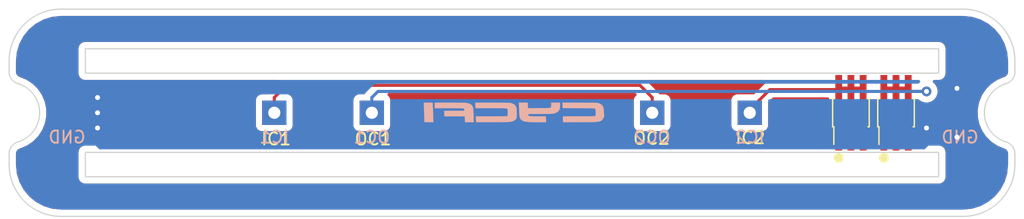
<source format=kicad_pcb>
(kicad_pcb (version 20171130) (host pcbnew "(5.1.10-1-10_14)")

  (general
    (thickness 1.6)
    (drawings 78)
    (tracks 38)
    (zones 0)
    (modules 9)
    (nets 5)
  )

  (page A4)
  (layers
    (0 F.Cu signal)
    (31 B.Cu signal)
    (32 B.Adhes user)
    (33 F.Adhes user)
    (34 B.Paste user)
    (35 F.Paste user)
    (36 B.SilkS user)
    (37 F.SilkS user)
    (38 B.Mask user)
    (39 F.Mask user)
    (40 Dwgs.User user)
    (41 Cmts.User user)
    (42 Eco1.User user)
    (43 Eco2.User user)
    (44 Edge.Cuts user)
    (45 Margin user)
    (46 B.CrtYd user hide)
    (47 F.CrtYd user hide)
    (48 B.Fab user hide)
    (49 F.Fab user hide)
  )

  (setup
    (last_trace_width 0.25)
    (user_trace_width 0.5)
    (trace_clearance 0.2)
    (zone_clearance 0.508)
    (zone_45_only no)
    (trace_min 0.2)
    (via_size 0.8)
    (via_drill 0.4)
    (via_min_size 0.4)
    (via_min_drill 0.3)
    (uvia_size 0.3)
    (uvia_drill 0.1)
    (uvias_allowed no)
    (uvia_min_size 0.2)
    (uvia_min_drill 0.1)
    (edge_width 0.05)
    (segment_width 0.2)
    (pcb_text_width 0.3)
    (pcb_text_size 1.5 1.5)
    (mod_edge_width 0.12)
    (mod_text_size 1 1)
    (mod_text_width 0.15)
    (pad_size 5 3.5)
    (pad_drill 0)
    (pad_to_mask_clearance 0)
    (aux_axis_origin 0 0)
    (visible_elements FFFFFF7F)
    (pcbplotparams
      (layerselection 0x010fc_ffffffff)
      (usegerberextensions false)
      (usegerberattributes true)
      (usegerberadvancedattributes true)
      (creategerberjobfile true)
      (excludeedgelayer true)
      (linewidth 0.100000)
      (plotframeref false)
      (viasonmask false)
      (mode 1)
      (useauxorigin false)
      (hpglpennumber 1)
      (hpglpenspeed 20)
      (hpglpendiameter 15.000000)
      (psnegative false)
      (psa4output false)
      (plotreference true)
      (plotvalue true)
      (plotinvisibletext false)
      (padsonsilk false)
      (subtractmaskfromsilk false)
      (outputformat 1)
      (mirror false)
      (drillshape 1)
      (scaleselection 1)
      (outputdirectory ""))
  )

  (net 0 "")
  (net 1 /oc1)
  (net 2 /ic1)
  (net 3 /ic2)
  (net 4 GND)

  (net_class Default "This is the default net class."
    (clearance 0.2)
    (trace_width 0.25)
    (via_dia 0.8)
    (via_drill 0.4)
    (uvia_dia 0.3)
    (uvia_drill 0.1)
    (add_net /ic1)
    (add_net /ic2)
    (add_net /oc1)
    (add_net GND)
  )

  (module cycfi_library:single-pad-3x2 (layer B.Cu) (tedit 6115EC8B) (tstamp 6114BDD9)
    (at 161.5 55.25 180)
    (path /6114C19E)
    (fp_text reference GND (at -0.25 -2 180) (layer B.SilkS)
      (effects (font (size 1 1) (thickness 0.15)) (justify mirror))
    )
    (fp_text value single_pad_smd (at 0 2.54) (layer B.Fab)
      (effects (font (size 1 1) (thickness 0.15)) (justify mirror))
    )
    (pad 1 smd rect (at 0 0 180) (size 3 2) (layers B.Cu B.Paste B.Mask)
      (net 4 GND))
  )

  (module cycfi_library:single-pad-3x2 (layer B.Cu) (tedit 6115EC8B) (tstamp 61162192)
    (at 88.5 55.25)
    (path /6112BC09)
    (fp_text reference GND (at 0 2 180) (layer B.SilkS)
      (effects (font (size 1 1) (thickness 0.15)) (justify mirror))
    )
    (fp_text value single_pad_smd (at 0 2.54) (layer B.Fab)
      (effects (font (size 1 1) (thickness 0.15)) (justify mirror))
    )
    (pad 1 smd rect (at 0 0) (size 3 2) (layers B.Cu B.Paste B.Mask)
      (net 4 GND))
  )

  (module cycfi_library:single-pad-2x2-th (layer B.Cu) (tedit 6115D614) (tstamp 61129D11)
    (at 136.5 55.25)
    (path /6112FFAE)
    (fp_text reference OC2 (at -0.05 2.1) (layer F.SilkS)
      (effects (font (size 1 1) (thickness 0.15)))
    )
    (fp_text value single_pad_smd (at 0 2.54) (layer B.Fab)
      (effects (font (size 1 1) (thickness 0.15)) (justify mirror))
    )
    (pad 1 thru_hole rect (at 0 0) (size 2 2) (drill 1) (layers *.Cu *.Mask)
      (net 2 /ic1))
  )

  (module cycfi_library:single-pad-2x2-th (layer B.Cu) (tedit 6115D614) (tstamp 61153DB3)
    (at 113.5 55.25)
    (path /61122909)
    (fp_text reference OC1 (at 0.1 2.15) (layer F.SilkS)
      (effects (font (size 1 1) (thickness 0.15)))
    )
    (fp_text value single_pad_smd (at 0 2.54) (layer B.Fab)
      (effects (font (size 1 1) (thickness 0.15)) (justify mirror))
    )
    (pad 1 thru_hole rect (at 0 0) (size 2 2) (drill 1) (layers *.Cu *.Mask)
      (net 1 /oc1))
  )

  (module cycfi_library:single-pad-2x2-th (layer B.Cu) (tedit 6115D614) (tstamp 61129A25)
    (at 144.5 55.25)
    (path /611302A2)
    (fp_text reference IC2 (at 0.05 2.05) (layer F.SilkS)
      (effects (font (size 1 1) (thickness 0.15)))
    )
    (fp_text value single_pad_smd (at 0 2.54) (layer B.Fab)
      (effects (font (size 1 1) (thickness 0.15)) (justify mirror))
    )
    (pad 1 thru_hole rect (at 0 0) (size 2 2) (drill 1) (layers *.Cu *.Mask)
      (net 3 /ic2))
  )

  (module cycfi_library:single-pad-2x2-th (layer B.Cu) (tedit 6115D614) (tstamp 61153DCB)
    (at 105.5 55.25)
    (path /61122FED)
    (fp_text reference IC1 (at 0.15 2.15) (layer F.SilkS)
      (effects (font (size 1 1) (thickness 0.15)))
    )
    (fp_text value single_pad_smd (at 0 2.54) (layer B.Fab)
      (effects (font (size 1 1) (thickness 0.15)) (justify mirror))
    )
    (pad 1 thru_hole rect (at 0 0) (size 2 2) (drill 1) (layers *.Cu *.Mask)
      (net 2 /ic1))
  )

  (module cycfi_library:cycfi-logo-15mm (layer B.Cu) (tedit 0) (tstamp 6112A0B5)
    (at 125.25 55.25 180)
    (fp_text reference G*** (at 0 0) (layer B.SilkS) hide
      (effects (font (size 1.524 1.524) (thickness 0.3)) (justify mirror))
    )
    (fp_text value LOGO (at 0.75 0) (layer B.SilkS) hide
      (effects (font (size 1.524 1.524) (thickness 0.3)) (justify mirror))
    )
    (fp_poly (pts (xy -3.899297 0.386953) (xy -5.199062 0.377031) (xy -5.474006 0.374756) (xy -5.711556 0.372387)
      (xy -5.914006 0.369862) (xy -6.083651 0.367124) (xy -6.222785 0.364111) (xy -6.333702 0.360765)
      (xy -6.418696 0.357025) (xy -6.48006 0.352832) (xy -6.52009 0.348127) (xy -6.541078 0.342848)
      (xy -6.542623 0.342064) (xy -6.568902 0.319795) (xy -6.587965 0.283686) (xy -6.601 0.227823)
      (xy -6.609196 0.146292) (xy -6.61374 0.033178) (xy -6.614715 -0.016661) (xy -6.615141 -0.111599)
      (xy -6.612047 -0.175319) (xy -6.604283 -0.216223) (xy -6.590698 -0.24271) (xy -6.582463 -0.252079)
      (xy -6.573561 -0.259185) (xy -6.560089 -0.265307) (xy -6.539159 -0.270534) (xy -6.507887 -0.274953)
      (xy -6.463387 -0.278652) (xy -6.402774 -0.281721) (xy -6.323162 -0.284246) (xy -6.221664 -0.286315)
      (xy -6.095397 -0.288018) (xy -5.941473 -0.289441) (xy -5.757007 -0.290674) (xy -5.539114 -0.291803)
      (xy -5.284908 -0.292918) (xy -5.238049 -0.293111) (xy -3.929062 -0.298488) (xy -3.929333 -0.491549)
      (xy -3.930653 -0.580089) (xy -3.933967 -0.657659) (xy -3.938693 -0.712908) (xy -3.94157 -0.729258)
      (xy -3.953535 -0.773906) (xy -5.246025 -0.771267) (xy -5.473906 -0.770552) (xy -5.693844 -0.769383)
      (xy -5.90199 -0.767811) (xy -6.094496 -0.765887) (xy -6.267515 -0.763662) (xy -6.417198 -0.761187)
      (xy -6.539697 -0.758513) (xy -6.631164 -0.755692) (xy -6.687752 -0.752773) (xy -6.695978 -0.752037)
      (xy -6.859542 -0.726827) (xy -6.990379 -0.687492) (xy -7.093859 -0.631035) (xy -7.175349 -0.554459)
      (xy -7.240219 -0.454768) (xy -7.244869 -0.445669) (xy -7.307959 -0.320117) (xy -7.295069 -0.075723)
      (xy -7.285359 0.089315) (xy -7.275019 0.220374) (xy -7.263136 0.323162) (xy -7.248793 0.403388)
      (xy -7.231075 0.46676) (xy -7.209066 0.518985) (xy -7.195776 0.543369) (xy -7.130345 0.629968)
      (xy -7.042823 0.699435) (xy -6.926072 0.756868) (xy -6.865937 0.778851) (xy -6.84059 0.787177)
      (xy -6.815353 0.794385) (xy -6.787271 0.80057) (xy -6.753391 0.805828) (xy -6.710759 0.810254)
      (xy -6.656422 0.813944) (xy -6.587424 0.816993) (xy -6.500813 0.819497) (xy -6.393634 0.82155)
      (xy -6.262933 0.823248) (xy -6.105757 0.824687) (xy -5.919151 0.825962) (xy -5.700162 0.827168)
      (xy -5.445836 0.828401) (xy -5.312504 0.829021) (xy -3.888055 0.835603) (xy -3.899297 0.386953)) (layer B.SilkS) (width 0.01))
    (fp_poly (pts (xy -2.956719 0.647997) (xy -2.957738 0.58909) (xy -2.958659 0.539739) (xy -2.956279 0.499084)
      (xy -2.947393 0.466267) (xy -2.928797 0.44043) (xy -2.897288 0.420712) (xy -2.849661 0.406254)
      (xy -2.782713 0.396199) (xy -2.69324 0.389686) (xy -2.578037 0.385856) (xy -2.433901 0.383851)
      (xy -2.257629 0.382812) (xy -2.046015 0.381879) (xy -1.962464 0.381415) (xy -1.051719 0.375878)
      (xy -1.051719 0.542646) (xy -1.05024 0.628784) (xy -1.046319 0.707089) (xy -1.040733 0.763256)
      (xy -1.039316 0.771426) (xy -1.026914 0.833437) (xy -0.3175 0.833437) (xy -0.318076 0.729258)
      (xy -0.31904 0.679008) (xy -0.321419 0.596452) (xy -0.324964 0.488937) (xy -0.32943 0.363811)
      (xy -0.334569 0.22842) (xy -0.336932 0.168672) (xy -0.344767 -0.007063) (xy -0.353438 -0.148228)
      (xy -0.364092 -0.259938) (xy -0.377878 -0.347308) (xy -0.395943 -0.415455) (xy -0.419434 -0.469494)
      (xy -0.449499 -0.514542) (xy -0.487286 -0.555713) (xy -0.502691 -0.570285) (xy -0.556496 -0.615065)
      (xy -0.61531 -0.652978) (xy -0.682722 -0.684562) (xy -0.762324 -0.710353) (xy -0.857707 -0.730889)
      (xy -0.97246 -0.746707) (xy -1.110175 -0.758342) (xy -1.274444 -0.766333) (xy -1.468855 -0.771216)
      (xy -1.697001 -0.773528) (xy -1.86453 -0.773906) (xy -2.54 -0.773906) (xy -2.539729 -0.58043)
      (xy -2.538413 -0.491804) (xy -2.535105 -0.414152) (xy -2.530387 -0.358804) (xy -2.527493 -0.342305)
      (xy -2.515527 -0.297656) (xy -1.858037 -0.297364) (xy -1.665543 -0.297124) (xy -1.508964 -0.296186)
      (xy -1.38453 -0.293933) (xy -1.288468 -0.289753) (xy -1.217007 -0.283032) (xy -1.166375 -0.273155)
      (xy -1.132802 -0.259508) (xy -1.112514 -0.241479) (xy -1.101741 -0.218451) (xy -1.096711 -0.189813)
      (xy -1.095169 -0.173177) (xy -1.089011 -0.099219) (xy -2.011507 -0.099219) (xy -2.224992 -0.098748)
      (xy -2.424635 -0.097388) (xy -2.606374 -0.095217) (xy -2.766152 -0.092316) (xy -2.899907 -0.088763)
      (xy -3.003582 -0.084637) (xy -3.073115 -0.080017) (xy -3.089228 -0.078219) (xy -3.259652 -0.040939)
      (xy -3.406875 0.020472) (xy -3.527112 0.103736) (xy -3.616575 0.206575) (xy -3.644441 0.255834)
      (xy -3.660443 0.308571) (xy -3.674065 0.38923) (xy -3.684451 0.486075) (xy -3.690747 0.587371)
      (xy -3.692098 0.68138) (xy -3.687648 0.756367) (xy -3.682875 0.783483) (xy -3.670338 0.833437)
      (xy -2.956719 0.833437) (xy -2.956719 0.647997)) (layer B.SilkS) (width 0.01))
    (fp_poly (pts (xy 3.254375 0.668218) (xy 3.252899 0.582003) (xy 3.248988 0.503629) (xy 3.243413 0.447371)
      (xy 3.241973 0.439043) (xy 3.22957 0.377031) (xy 2.016621 0.376558) (xy 1.75028 0.376283)
      (xy 1.520793 0.375601) (xy 1.325327 0.374393) (xy 1.161052 0.372541) (xy 1.025134 0.369924)
      (xy 0.914742 0.366423) (xy 0.827043 0.36192) (xy 0.759204 0.356295) (xy 0.708395 0.349429)
      (xy 0.671781 0.341203) (xy 0.646532 0.331498) (xy 0.629815 0.320193) (xy 0.627613 0.318099)
      (xy 0.617342 0.286989) (xy 0.6101 0.218599) (xy 0.606061 0.11523) (xy 0.605234 0.02452)
      (xy 0.605449 -0.083883) (xy 0.606848 -0.159378) (xy 0.610567 -0.208743) (xy 0.617739 -0.238757)
      (xy 0.629501 -0.256199) (xy 0.646985 -0.267847) (xy 0.654844 -0.271899) (xy 0.674009 -0.277277)
      (xy 0.71039 -0.281897) (xy 0.766441 -0.285808) (xy 0.844618 -0.289057) (xy 0.947375 -0.291694)
      (xy 1.077167 -0.293764) (xy 1.236448 -0.295317) (xy 1.427674 -0.2964) (xy 1.653299 -0.297062)
      (xy 1.915778 -0.29735) (xy 1.95957 -0.297364) (xy 3.214688 -0.297656) (xy 3.214515 -0.431602)
      (xy 3.212392 -0.521389) (xy 3.207089 -0.61367) (xy 3.201829 -0.669727) (xy 3.189316 -0.773906)
      (xy 1.887353 -0.771332) (xy 1.658983 -0.770624) (xy 1.438818 -0.769447) (xy 1.230654 -0.767855)
      (xy 1.038289 -0.765899) (xy 0.865519 -0.76363) (xy 0.716141 -0.7611) (xy 0.593954 -0.758361)
      (xy 0.502753 -0.755465) (xy 0.446335 -0.752463) (xy 0.436985 -0.751575) (xy 0.260467 -0.720331)
      (xy 0.117926 -0.670915) (xy 0.007588 -0.602383) (xy -0.072323 -0.513794) (xy -0.098914 -0.466958)
      (xy -0.114402 -0.432968) (xy -0.125647 -0.400064) (xy -0.133154 -0.361656) (xy -0.137435 -0.311152)
      (xy -0.138996 -0.241962) (xy -0.138347 -0.147495) (xy -0.135996 -0.021161) (xy -0.135418 0.006114)
      (xy -0.132285 0.139632) (xy -0.128833 0.240394) (xy -0.12422 0.31533) (xy -0.1176 0.371368)
      (xy -0.10813 0.415437) (xy -0.094965 0.454466) (xy -0.077262 0.495382) (xy -0.075286 0.499679)
      (xy -0.014643 0.598975) (xy 0.068976 0.678188) (xy 0.181572 0.742084) (xy 0.276123 0.778668)
      (xy 0.301728 0.787077) (xy 0.327046 0.794356) (xy 0.355034 0.800599) (xy 0.38865 0.805904)
      (xy 0.43085 0.810365) (xy 0.484592 0.81408) (xy 0.552832 0.817142) (xy 0.638527 0.819649)
      (xy 0.744634 0.821695) (xy 0.874111 0.823378) (xy 1.029914 0.824792) (xy 1.215 0.826034)
      (xy 1.432327 0.827199) (xy 1.68485 0.828383) (xy 1.830586 0.829036) (xy 3.254375 0.83538)
      (xy 3.254375 0.668218)) (layer B.SilkS) (width 0.01))
    (fp_poly (pts (xy 5.988229 0.834816) (xy 6.149637 0.834371) (xy 6.291955 0.83351) (xy 6.411136 0.832215)
      (xy 6.503131 0.830463) (xy 6.56389 0.828235) (xy 6.589365 0.82551) (xy 6.589779 0.825249)
      (xy 6.592575 0.803308) (xy 6.593835 0.750078) (xy 6.593483 0.673928) (xy 6.591848 0.597046)
      (xy 6.585649 0.377031) (xy 5.49052 0.375848) (xy 5.229234 0.375348) (xy 5.004862 0.37438)
      (xy 4.814633 0.372839) (xy 4.655774 0.370617) (xy 4.525514 0.367607) (xy 4.421081 0.363702)
      (xy 4.339703 0.358794) (xy 4.278609 0.352776) (xy 4.235027 0.345541) (xy 4.206185 0.336982)
      (xy 4.189311 0.326991) (xy 4.187733 0.32546) (xy 4.174327 0.294908) (xy 4.164535 0.244185)
      (xy 4.163899 0.238125) (xy 4.157266 0.168672) (xy 4.985742 0.163493) (xy 5.814219 0.158315)
      (xy 5.8141 0.09404) (xy 5.812494 0.043514) (xy 5.808351 -0.031865) (xy 5.8025 -0.117406)
      (xy 5.801237 -0.133945) (xy 5.788493 -0.297656) (xy 4.131886 -0.297656) (xy 4.117578 -0.535781)
      (xy 4.103271 -0.773906) (xy 3.387654 -0.773906) (xy 3.401756 -0.253008) (xy 3.407957 -0.056234)
      (xy 3.415363 0.105383) (xy 3.424709 0.23637) (xy 3.436731 0.341253) (xy 3.452165 0.424561)
      (xy 3.471746 0.490821) (xy 3.496211 0.544559) (xy 3.526293 0.590303) (xy 3.541913 0.609549)
      (xy 3.631888 0.687259) (xy 3.753467 0.750049) (xy 3.900476 0.795159) (xy 3.994991 0.812138)
      (xy 4.036122 0.815228) (xy 4.110798 0.818168) (xy 4.21497 0.820939) (xy 4.344589 0.82352)
      (xy 4.495606 0.82589) (xy 4.663972 0.828029) (xy 4.845639 0.829917) (xy 5.036558 0.831532)
      (xy 5.232681 0.832856) (xy 5.429958 0.833866) (xy 5.624341 0.834543) (xy 5.811781 0.834866)
      (xy 5.988229 0.834816)) (layer B.SilkS) (width 0.01))
    (fp_poly (pts (xy 7.471225 0.352684) (xy 7.466241 0.194173) (xy 7.460755 0.026692) (xy 7.455154 -0.13842)
      (xy 7.449823 -0.289823) (xy 7.445151 -0.416179) (xy 7.443975 -0.446484) (xy 7.431484 -0.763984)
      (xy 6.701954 -0.774822) (xy 6.71704 -0.273309) (xy 6.721963 -0.114541) (xy 6.727347 0.050789)
      (xy 6.732836 0.212277) (xy 6.738072 0.359518) (xy 6.742698 0.482105) (xy 6.744462 0.525859)
      (xy 6.756797 0.823516) (xy 7.12139 0.828934) (xy 7.485984 0.834351) (xy 7.471225 0.352684)) (layer B.SilkS) (width 0.01))
  )

  (module cycfi_library:pin_header_2x3p_1.00mm_smd_vertical (layer F.Cu) (tedit 6112202A) (tstamp 6112A538)
    (at 156.5 55.25 90)
    (descr "surface-mounted straight pin header, 2x03, 1.00mm pitch, double rows")
    (tags "Surface mounted pin header SMD 2x03 1.00mm double row")
    (path /611338FA)
    (attr smd)
    (fp_text reference J1 (at 0 -2.7 90) (layer F.SilkS) hide
      (effects (font (size 1 1) (thickness 0.15)))
    )
    (fp_text value "Conn 1" (at 0 2.8 90) (layer F.Fab)
      (effects (font (size 1 1) (thickness 0.15)))
    )
    (fp_line (start 3.1 -1.6) (end -3.1 -1.6) (layer F.CrtYd) (width 0.05))
    (fp_line (start 3.1 1.6) (end 3.1 -1.6) (layer F.CrtYd) (width 0.05))
    (fp_line (start -3.1 1.6) (end 3.1 1.6) (layer F.CrtYd) (width 0.05))
    (fp_line (start -3.1 -1.6) (end -3.1 1.6) (layer F.CrtYd) (width 0.05))
    (fp_line (start 1.15 1.4) (end 1.15 1.5) (layer F.SilkS) (width 0.12))
    (fp_line (start -1.15 1.4) (end -1.15 1.5) (layer F.SilkS) (width 0.12))
    (fp_line (start 1.15 -1.5) (end 1.15 -1.4) (layer F.SilkS) (width 0.12))
    (fp_line (start -1.15 -1.5) (end -1.15 -1.4) (layer F.SilkS) (width 0.12))
    (fp_line (start -2.59 -1.4) (end -1.15 -1.4) (layer F.SilkS) (width 0.12))
    (fp_line (start -1.15 1.5) (end 1.15 1.5) (layer F.SilkS) (width 0.12))
    (fp_line (start -1.15 -1.5) (end 1.15 -1.5) (layer F.SilkS) (width 0.12))
    (fp_line (start 1.85 1.15) (end 1.15 1.15) (layer F.Fab) (width 0.1))
    (fp_line (start 1.85 0.85) (end 1.85 1.15) (layer F.Fab) (width 0.1))
    (fp_line (start 1.15 0.85) (end 1.85 0.85) (layer F.Fab) (width 0.1))
    (fp_line (start -1.85 1.15) (end -1.15 1.15) (layer F.Fab) (width 0.1))
    (fp_line (start -1.85 0.85) (end -1.85 1.15) (layer F.Fab) (width 0.1))
    (fp_line (start -1.15 0.85) (end -1.85 0.85) (layer F.Fab) (width 0.1))
    (fp_line (start 1.85 0.15) (end 1.15 0.15) (layer F.Fab) (width 0.1))
    (fp_line (start 1.85 -0.15) (end 1.85 0.15) (layer F.Fab) (width 0.1))
    (fp_line (start 1.15 -0.15) (end 1.85 -0.15) (layer F.Fab) (width 0.1))
    (fp_line (start -1.85 0.15) (end -1.15 0.15) (layer F.Fab) (width 0.1))
    (fp_line (start -1.85 -0.15) (end -1.85 0.15) (layer F.Fab) (width 0.1))
    (fp_line (start -1.15 -0.15) (end -1.85 -0.15) (layer F.Fab) (width 0.1))
    (fp_line (start 1.85 -0.85) (end 1.15 -0.85) (layer F.Fab) (width 0.1))
    (fp_line (start 1.85 -1.15) (end 1.85 -0.85) (layer F.Fab) (width 0.1))
    (fp_line (start 1.15 -1.15) (end 1.85 -1.15) (layer F.Fab) (width 0.1))
    (fp_line (start -1.85 -0.85) (end -1.15 -0.85) (layer F.Fab) (width 0.1))
    (fp_line (start -1.85 -1.15) (end -1.85 -0.85) (layer F.Fab) (width 0.1))
    (fp_line (start -1.15 -1.15) (end -1.85 -1.15) (layer F.Fab) (width 0.1))
    (fp_line (start 1.15 -1.5) (end 1.15 1.5) (layer F.Fab) (width 0.1))
    (fp_line (start -1.15 1.5) (end -1.15 -1.5) (layer F.Fab) (width 0.1))
    (fp_line (start -1.15 -1.5) (end 1.15 -1.5) (layer F.Fab) (width 0.1))
    (fp_line (start 1.15 1.5) (end -1.15 1.5) (layer F.Fab) (width 0.1))
    (fp_circle (center -3.7 -1) (end -3.5 -1) (layer F.SilkS) (width 0.4))
    (fp_text user %R (at 0 0) (layer F.Fab)
      (effects (font (size 1 1) (thickness 0.15)))
    )
    (pad 1 smd rect (at -1.9 -1 90) (size 2.4 0.56) (layers F.Cu F.Paste F.Mask)
      (net 4 GND))
    (pad 6 smd rect (at 1.9 -1 90) (size 2.4 0.56) (layers F.Cu F.Paste F.Mask)
      (net 1 /oc1))
    (pad 2 smd rect (at -1.9 0 90) (size 2.4 0.56) (layers F.Cu F.Paste F.Mask)
      (net 4 GND))
    (pad 5 smd rect (at 1.9 0 90) (size 2.4 0.56) (layers F.Cu F.Paste F.Mask)
      (net 1 /oc1))
    (pad 3 smd rect (at -1.9 1 90) (size 2.4 0.56) (layers F.Cu F.Paste F.Mask)
      (net 4 GND))
    (pad 4 smd rect (at 1.9 1 90) (size 2.4 0.56) (layers F.Cu F.Paste F.Mask)
      (net 1 /oc1))
    (model ${KISYS3DMOD}/Connector_PinSocket_1.00mm.3dshapes/PinSocket_2x03_P1.00mm_Vertical_SMD.wrl
      (at (xyz 0 0 0))
      (scale (xyz 1 1 1))
      (rotate (xyz 0 0 0))
    )
  )

  (module cycfi_library:pin_header_2x3p_1.00mm_smd_vertical (layer F.Cu) (tedit 6112202A) (tstamp 6112A565)
    (at 152.8 55.25 90)
    (descr "surface-mounted straight pin header, 2x03, 1.00mm pitch, double rows")
    (tags "Surface mounted pin header SMD 2x03 1.00mm double row")
    (path /6113791F)
    (attr smd)
    (fp_text reference J2 (at 0 -2.7 90) (layer F.SilkS) hide
      (effects (font (size 1 1) (thickness 0.15)))
    )
    (fp_text value "Conn 2" (at 0 2.8 90) (layer F.Fab)
      (effects (font (size 1 1) (thickness 0.15)))
    )
    (fp_line (start 3.1 -1.6) (end -3.1 -1.6) (layer F.CrtYd) (width 0.05))
    (fp_line (start 3.1 1.6) (end 3.1 -1.6) (layer F.CrtYd) (width 0.05))
    (fp_line (start -3.1 1.6) (end 3.1 1.6) (layer F.CrtYd) (width 0.05))
    (fp_line (start -3.1 -1.6) (end -3.1 1.6) (layer F.CrtYd) (width 0.05))
    (fp_line (start 1.15 1.4) (end 1.15 1.5) (layer F.SilkS) (width 0.12))
    (fp_line (start -1.15 1.4) (end -1.15 1.5) (layer F.SilkS) (width 0.12))
    (fp_line (start 1.15 -1.5) (end 1.15 -1.4) (layer F.SilkS) (width 0.12))
    (fp_line (start -1.15 -1.5) (end -1.15 -1.4) (layer F.SilkS) (width 0.12))
    (fp_line (start -2.59 -1.4) (end -1.15 -1.4) (layer F.SilkS) (width 0.12))
    (fp_line (start -1.15 1.5) (end 1.15 1.5) (layer F.SilkS) (width 0.12))
    (fp_line (start -1.15 -1.5) (end 1.15 -1.5) (layer F.SilkS) (width 0.12))
    (fp_line (start 1.85 1.15) (end 1.15 1.15) (layer F.Fab) (width 0.1))
    (fp_line (start 1.85 0.85) (end 1.85 1.15) (layer F.Fab) (width 0.1))
    (fp_line (start 1.15 0.85) (end 1.85 0.85) (layer F.Fab) (width 0.1))
    (fp_line (start -1.85 1.15) (end -1.15 1.15) (layer F.Fab) (width 0.1))
    (fp_line (start -1.85 0.85) (end -1.85 1.15) (layer F.Fab) (width 0.1))
    (fp_line (start -1.15 0.85) (end -1.85 0.85) (layer F.Fab) (width 0.1))
    (fp_line (start 1.85 0.15) (end 1.15 0.15) (layer F.Fab) (width 0.1))
    (fp_line (start 1.85 -0.15) (end 1.85 0.15) (layer F.Fab) (width 0.1))
    (fp_line (start 1.15 -0.15) (end 1.85 -0.15) (layer F.Fab) (width 0.1))
    (fp_line (start -1.85 0.15) (end -1.15 0.15) (layer F.Fab) (width 0.1))
    (fp_line (start -1.85 -0.15) (end -1.85 0.15) (layer F.Fab) (width 0.1))
    (fp_line (start -1.15 -0.15) (end -1.85 -0.15) (layer F.Fab) (width 0.1))
    (fp_line (start 1.85 -0.85) (end 1.15 -0.85) (layer F.Fab) (width 0.1))
    (fp_line (start 1.85 -1.15) (end 1.85 -0.85) (layer F.Fab) (width 0.1))
    (fp_line (start 1.15 -1.15) (end 1.85 -1.15) (layer F.Fab) (width 0.1))
    (fp_line (start -1.85 -0.85) (end -1.15 -0.85) (layer F.Fab) (width 0.1))
    (fp_line (start -1.85 -1.15) (end -1.85 -0.85) (layer F.Fab) (width 0.1))
    (fp_line (start -1.15 -1.15) (end -1.85 -1.15) (layer F.Fab) (width 0.1))
    (fp_line (start 1.15 -1.5) (end 1.15 1.5) (layer F.Fab) (width 0.1))
    (fp_line (start -1.15 1.5) (end -1.15 -1.5) (layer F.Fab) (width 0.1))
    (fp_line (start -1.15 -1.5) (end 1.15 -1.5) (layer F.Fab) (width 0.1))
    (fp_line (start 1.15 1.5) (end -1.15 1.5) (layer F.Fab) (width 0.1))
    (fp_circle (center -3.7 -1) (end -3.5 -1) (layer F.SilkS) (width 0.4))
    (fp_text user %R (at 0 0) (layer F.Fab)
      (effects (font (size 1 1) (thickness 0.15)))
    )
    (pad 1 smd rect (at -1.9 -1 90) (size 2.4 0.56) (layers F.Cu F.Paste F.Mask)
      (net 4 GND))
    (pad 6 smd rect (at 1.9 -1 90) (size 2.4 0.56) (layers F.Cu F.Paste F.Mask)
      (net 3 /ic2))
    (pad 2 smd rect (at -1.9 0 90) (size 2.4 0.56) (layers F.Cu F.Paste F.Mask)
      (net 4 GND))
    (pad 5 smd rect (at 1.9 0 90) (size 2.4 0.56) (layers F.Cu F.Paste F.Mask)
      (net 3 /ic2))
    (pad 3 smd rect (at -1.9 1 90) (size 2.4 0.56) (layers F.Cu F.Paste F.Mask)
      (net 4 GND))
    (pad 4 smd rect (at 1.9 1 90) (size 2.4 0.56) (layers F.Cu F.Paste F.Mask)
      (net 3 /ic2))
    (model ${KISYS3DMOD}/Connector_PinSocket_1.00mm.3dshapes/PinSocket_2x03_P1.00mm_Vertical_SMD.wrl
      (at (xyz 0 0 0))
      (scale (xyz 1 1 1))
      (rotate (xyz 0 0 0))
    )
  )

  (gr_text IC2 (at 144.5 57.25) (layer B.SilkS) (tstamp 611635B9)
    (effects (font (size 1 1) (thickness 0.15)) (justify mirror))
  )
  (gr_text OC2 (at 136.5 57.25) (layer B.SilkS) (tstamp 611635B6)
    (effects (font (size 1 1) (thickness 0.15)) (justify mirror))
  )
  (gr_text OC1 (at 113.5 57.25) (layer B.SilkS) (tstamp 611635B3)
    (effects (font (size 1 1) (thickness 0.15)) (justify mirror))
  )
  (gr_text IC1 (at 105.5 57.25) (layer B.SilkS)
    (effects (font (size 1 1) (thickness 0.15)) (justify mirror))
  )
  (gr_line (start 154.5 53.98) (end 151.1 56.52) (layer Dwgs.User) (width 0.1))
  (gr_line (start 154.5 56.52) (end 151.1 53.98) (layer Dwgs.User) (width 0.1))
  (gr_line (start 151.1 56.52) (end 151.1 53.98) (layer Dwgs.User) (width 0.1))
  (gr_line (start 154.5 53.98) (end 151.1 53.98) (layer Dwgs.User) (width 0.1))
  (gr_line (start 154.5 56.52) (end 154.5 53.98) (layer Dwgs.User) (width 0.1))
  (gr_line (start 154.5 56.52) (end 151.1 56.52) (layer Dwgs.User) (width 0.1))
  (gr_line (start 158.2 53.98) (end 154.8 56.52) (layer Dwgs.User) (width 0.1))
  (gr_line (start 158.2 56.52) (end 154.8 53.98) (layer Dwgs.User) (width 0.1))
  (gr_line (start 158.2 56.52) (end 154.8 56.52) (layer Dwgs.User) (width 0.1))
  (gr_line (start 83.75 59.5) (end 83.75 58.604102) (layer Dwgs.User) (width 0.1))
  (gr_line (start 166.25 51) (end 166.25 51.895898) (layer Dwgs.User) (width 0.1))
  (gr_arc (start 166.25 55.25) (end 165.535714 52.854213) (angle -146.7969008) (layer Dwgs.User) (width 0.1))
  (gr_arc (start 165.25 58.604102) (end 166.25 58.604102) (angle -73.3984504) (layer Dwgs.User) (width 0.1))
  (gr_line (start 166.25 58.604102) (end 166.25 59.5) (layer Dwgs.User) (width 0.1))
  (gr_arc (start 162 59.5) (end 162 63.75) (angle -90) (layer Dwgs.User) (width 0.1))
  (gr_line (start 162 63.75) (end 88 63.75) (layer Dwgs.User) (width 0.1))
  (gr_arc (start 88 59.5) (end 83.75 59.5) (angle -90) (layer Dwgs.User) (width 0.1))
  (gr_arc (start 84.75 58.604102) (end 84.464286 57.645787) (angle -73.3984504) (layer Dwgs.User) (width 0.1))
  (gr_arc (start 83.75 55.25) (end 84.464286 57.645787) (angle -146.7969008) (layer Dwgs.User) (width 0.1))
  (gr_arc (start 84.75 51.895898) (end 83.75 51.895898) (angle -73.3984504) (layer Dwgs.User) (width 0.1))
  (gr_line (start 83.75 51.895898) (end 83.75 51) (layer Dwgs.User) (width 0.1))
  (gr_arc (start 88 51) (end 88 46.75) (angle -90) (layer Dwgs.User) (width 0.1))
  (gr_line (start 88 46.75) (end 162 46.75) (layer Dwgs.User) (width 0.1))
  (gr_arc (start 162 51) (end 166.25 51) (angle -90) (layer Dwgs.User) (width 0.1))
  (gr_arc (start 165.25 51.895898) (end 165.535714 52.854213) (angle -73.3984504) (layer Dwgs.User) (width 0.1))
  (gr_line (start 160 52) (end 90 52) (layer Dwgs.User) (width 0.1))
  (gr_line (start 160 50) (end 160 52) (layer Dwgs.User) (width 0.1))
  (gr_line (start 90 50) (end 160 50) (layer Dwgs.User) (width 0.1))
  (gr_line (start 90 52) (end 90 50) (layer Dwgs.User) (width 0.1))
  (gr_line (start 160 60.5) (end 90 60.5) (layer Dwgs.User) (width 0.1))
  (gr_line (start 160 58.5) (end 160 60.5) (layer Dwgs.User) (width 0.1))
  (gr_line (start 90 58.5) (end 160 58.5) (layer Dwgs.User) (width 0.1))
  (gr_line (start 90 60.5) (end 90 58.5) (layer Dwgs.User) (width 0.1))
  (gr_line (start 114.5 56.25) (end 104.5 56.25) (layer Dwgs.User) (width 0.1))
  (gr_line (start 114.5 54.25) (end 114.5 56.25) (layer Dwgs.User) (width 0.1))
  (gr_line (start 104.5 54.25) (end 114.5 54.25) (layer Dwgs.User) (width 0.1))
  (gr_line (start 154.5 55.25) (end 153.8 55.25) (layer Dwgs.User) (width 0.1))
  (gr_line (start 154.8 55.25) (end 154.5 55.25) (layer Dwgs.User) (width 0.1))
  (gr_line (start 155.5 55.25) (end 154.8 55.25) (layer Dwgs.User) (width 0.1))
  (gr_line (start 153.8 56.52) (end 153.8 53.98) (layer Dwgs.User) (width 0.1))
  (gr_line (start 160 52) (end 160 58.5) (layer Dwgs.User) (width 0.1))
  (gr_line (start 104.5 56.25) (end 104.5 54.25) (layer Dwgs.User) (width 0.1))
  (gr_line (start 145.5 56.25) (end 135.5 56.25) (layer Dwgs.User) (width 0.1))
  (gr_line (start 145.5 54.25) (end 145.5 56.25) (layer Dwgs.User) (width 0.1))
  (gr_line (start 154.8 56.52) (end 154.8 53.98) (layer Dwgs.User) (width 0.1))
  (gr_line (start 158.2 53.98) (end 154.8 53.98) (layer Dwgs.User) (width 0.1))
  (gr_line (start 135.5 54.25) (end 145.5 54.25) (layer Dwgs.User) (width 0.1))
  (gr_line (start 135.5 56.25) (end 135.5 54.25) (layer Dwgs.User) (width 0.1))
  (gr_line (start 155.5 56.52) (end 155.5 53.98) (layer Dwgs.User) (width 0.1))
  (gr_line (start 158.2 56.52) (end 158.2 53.98) (layer Dwgs.User) (width 0.1))
  (gr_line (start 83.75 59.5) (end 83.75 58.604102) (layer Edge.Cuts) (width 0.1))
  (gr_line (start 166.25 51) (end 166.25 51.895898) (layer Edge.Cuts) (width 0.1))
  (gr_arc (start 166.25 55.25) (end 165.535714 52.854213) (angle -146.7969008) (layer Edge.Cuts) (width 0.1))
  (gr_arc (start 165.25 58.604102) (end 166.25 58.604102) (angle -73.3984504) (layer Edge.Cuts) (width 0.1))
  (gr_line (start 166.25 58.604102) (end 166.25 59.5) (layer Edge.Cuts) (width 0.1))
  (gr_arc (start 162 59.5) (end 162 63.75) (angle -90) (layer Edge.Cuts) (width 0.1))
  (gr_line (start 162 63.75) (end 88 63.75) (layer Edge.Cuts) (width 0.1))
  (gr_arc (start 88 59.5) (end 83.75 59.5) (angle -90) (layer Edge.Cuts) (width 0.1))
  (gr_arc (start 84.75 58.604102) (end 84.464286 57.645787) (angle -73.3984504) (layer Edge.Cuts) (width 0.1))
  (gr_arc (start 83.75 55.25) (end 84.464286 57.645787) (angle -146.7969008) (layer Edge.Cuts) (width 0.1))
  (gr_arc (start 84.75 51.895898) (end 83.75 51.895898) (angle -73.3984504) (layer Edge.Cuts) (width 0.1))
  (gr_line (start 83.75 51.895898) (end 83.75 51) (layer Edge.Cuts) (width 0.1))
  (gr_arc (start 88 51) (end 88 46.75) (angle -90) (layer Edge.Cuts) (width 0.1))
  (gr_line (start 88 46.75) (end 162 46.75) (layer Edge.Cuts) (width 0.1))
  (gr_arc (start 162 51) (end 166.25 51) (angle -90) (layer Edge.Cuts) (width 0.1))
  (gr_arc (start 165.25 51.895898) (end 165.535714 52.854213) (angle -73.3984504) (layer Edge.Cuts) (width 0.1))
  (gr_line (start 160 52) (end 90 52) (layer Edge.Cuts) (width 0.1))
  (gr_line (start 160 50) (end 160 52) (layer Edge.Cuts) (width 0.1))
  (gr_line (start 90 50) (end 160 50) (layer Edge.Cuts) (width 0.1))
  (gr_line (start 90 52) (end 90 50) (layer Edge.Cuts) (width 0.1))
  (gr_line (start 160 60.5) (end 90 60.5) (layer Edge.Cuts) (width 0.1))
  (gr_line (start 160 58.5) (end 160 60.5) (layer Edge.Cuts) (width 0.1))
  (gr_line (start 90 58.5) (end 160 58.5) (layer Edge.Cuts) (width 0.1))
  (gr_line (start 90 60.5) (end 90 58.5) (layer Edge.Cuts) (width 0.1))

  (via (at 159 53.5) (size 0.8) (drill 0.4) (layers F.Cu B.Cu) (net 1))
  (segment (start 157.65 53.5) (end 157.5 53.35) (width 0.25) (layer F.Cu) (net 1))
  (segment (start 159 53.5) (end 157.65 53.5) (width 0.25) (layer F.Cu) (net 1))
  (segment (start 155.5 53.35) (end 156.5 53.35) (width 0.5) (layer F.Cu) (net 1))
  (segment (start 156.5 53.35) (end 157.5 53.35) (width 0.5) (layer F.Cu) (net 1))
  (segment (start 113.5 54) (end 113.5 55.25) (width 0.25) (layer B.Cu) (net 1))
  (segment (start 114 53.5) (end 113.5 54) (width 0.25) (layer B.Cu) (net 1))
  (segment (start 159 53.5) (end 114 53.5) (width 0.25) (layer B.Cu) (net 1))
  (segment (start 105.5 55.25) (end 105.5 54) (width 0.25) (layer F.Cu) (net 2))
  (segment (start 105.5 54) (end 106.5 53) (width 0.25) (layer F.Cu) (net 2))
  (segment (start 106.5 53) (end 135.5 53) (width 0.25) (layer F.Cu) (net 2))
  (segment (start 136.5 54) (end 136.5 55.25) (width 0.25) (layer F.Cu) (net 2))
  (segment (start 135.5 53) (end 136.5 54) (width 0.25) (layer F.Cu) (net 2))
  (segment (start 144.5 55.25) (end 144.5 55) (width 0.25) (layer F.Cu) (net 3))
  (segment (start 151.15 53.35) (end 151.8 53.35) (width 0.25) (layer F.Cu) (net 3))
  (segment (start 144.5 55) (end 146.15 53.35) (width 0.25) (layer F.Cu) (net 3))
  (segment (start 151.8 53.35) (end 152.8 53.35) (width 0.5) (layer F.Cu) (net 3))
  (segment (start 152.8 53.35) (end 153.8 53.35) (width 0.5) (layer F.Cu) (net 3))
  (segment (start 146.15 53.35) (end 151.15 53.35) (width 0.25) (layer F.Cu) (net 3))
  (segment (start 151.8 57.15) (end 152.8 57.15) (width 0.5) (layer F.Cu) (net 4))
  (segment (start 152.8 57.15) (end 153.8 57.15) (width 0.5) (layer F.Cu) (net 4))
  (segment (start 153.8 57.15) (end 155.5 57.15) (width 0.5) (layer F.Cu) (net 4))
  (segment (start 155.5 57.15) (end 156.5 57.15) (width 0.5) (layer F.Cu) (net 4))
  (segment (start 156.5 57.15) (end 157.5 57.15) (width 0.5) (layer F.Cu) (net 4))
  (via (at 159 56.5) (size 0.8) (drill 0.4) (layers F.Cu B.Cu) (net 4))
  (segment (start 158.35 57.15) (end 159 56.5) (width 0.5) (layer F.Cu) (net 4))
  (segment (start 157.5 57.15) (end 158.35 57.15) (width 0.5) (layer F.Cu) (net 4))
  (segment (start 160.25 55.25) (end 159 56.5) (width 0.5) (layer B.Cu) (net 4))
  (segment (start 161.5 55.25) (end 160.25 55.25) (width 0.5) (layer B.Cu) (net 4))
  (via (at 91 55.25) (size 0.8) (drill 0.4) (layers F.Cu B.Cu) (net 4))
  (segment (start 88.5 55.25) (end 91 55.25) (width 0.5) (layer B.Cu) (net 4))
  (via (at 91 54) (size 0.8) (drill 0.4) (layers F.Cu B.Cu) (net 4))
  (via (at 91 56.5) (size 0.8) (drill 0.4) (layers F.Cu B.Cu) (net 4))
  (via (at 161.5 53.25) (size 0.8) (drill 0.4) (layers F.Cu B.Cu) (net 4))
  (via (at 161.5 57.25) (size 0.8) (drill 0.4) (layers F.Cu B.Cu) (net 4))
  (segment (start 91.24999 57.99999) (end 88.5 55.25) (width 0.5) (layer B.Cu) (net 4))
  (segment (start 158.75001 57.99999) (end 91.24999 57.99999) (width 0.5) (layer B.Cu) (net 4))
  (segment (start 161.5 55.25) (end 158.75001 57.99999) (width 0.5) (layer B.Cu) (net 4))

  (zone (net 4) (net_name GND) (layer F.Cu) (tstamp 61153D91) (hatch edge 0.508)
    (connect_pads yes (clearance 0.508))
    (min_thickness 0.254)
    (fill yes (arc_segments 32) (thermal_gap 0.508) (thermal_bridge_width 0.508))
    (polygon
      (pts
        (xy 167 64) (xy 83 64) (xy 83 46) (xy 167 46)
      )
    )
    (filled_polygon
      (pts
        (xy 162.691809 47.506118) (xy 163.357265 47.707031) (xy 163.971023 48.033372) (xy 164.509706 48.472711) (xy 164.952795 49.008313)
        (xy 165.283412 49.619777) (xy 165.488967 50.283814) (xy 165.565 51.007223) (xy 165.565 51.862393) (xy 165.555778 51.956444)
        (xy 165.538194 52.014685) (xy 165.509635 52.068398) (xy 165.471183 52.115544) (xy 165.42431 52.154321) (xy 165.357545 52.190421)
        (xy 165.318866 52.204271) (xy 165.283265 52.215291) (xy 165.253487 52.227809) (xy 165.2226 52.237251) (xy 165.213796 52.240987)
        (xy 164.766005 52.43475) (xy 164.711705 52.464847) (xy 164.656989 52.494184) (xy 164.649078 52.499559) (xy 164.24745 52.776608)
        (xy 164.20002 52.816687) (xy 164.152051 52.856087) (xy 164.145336 52.862896) (xy 163.80517 53.212678) (xy 163.766439 53.261192)
        (xy 163.727027 53.309171) (xy 163.721762 53.317156) (xy 163.456014 53.726348) (xy 163.42746 53.78143) (xy 163.398101 53.836182)
        (xy 163.394487 53.845037) (xy 163.213279 54.298054) (xy 163.195959 54.357666) (xy 163.177803 54.417044) (xy 163.175978 54.426432)
        (xy 163.086212 54.906018) (xy 163.080802 54.967842) (xy 163.074523 55.029636) (xy 163.074556 55.0392) (xy 163.079653 55.527088)
        (xy 163.086357 55.588811) (xy 163.092198 55.650617) (xy 163.094088 55.659993) (xy 163.193851 56.137599) (xy 163.212412 56.196833)
        (xy 163.230151 56.256343) (xy 163.233826 56.265173) (xy 163.424458 56.714306) (xy 163.454188 56.768838) (xy 163.48313 56.823735)
        (xy 163.488448 56.831679) (xy 163.488451 56.831684) (xy 163.488455 56.831688) (xy 163.762689 57.235235) (xy 163.802421 57.282925)
        (xy 163.841498 57.331184) (xy 163.848257 57.337943) (xy 163.848262 57.337949) (xy 163.848268 57.337954) (xy 164.195659 57.680547)
        (xy 164.243873 57.719592) (xy 164.291605 57.759363) (xy 164.299553 57.764684) (xy 164.70688 58.033282) (xy 164.761802 58.062241)
        (xy 164.816307 58.09196) (xy 164.825136 58.095636) (xy 165.276827 58.279981) (xy 165.276877 58.280002) (xy 165.395386 58.328368)
        (xy 165.446175 58.361859) (xy 165.489492 58.404578) (xy 165.523683 58.454892) (xy 165.547453 58.510894) (xy 165.562973 58.585194)
        (xy 165.565 58.62263) (xy 165.565 59.466495) (xy 165.493882 60.191809) (xy 165.29297 60.857264) (xy 164.966628 61.471023)
        (xy 164.527289 62.009706) (xy 163.991688 62.452794) (xy 163.38022 62.783413) (xy 162.716183 62.988968) (xy 161.992778 63.065)
        (xy 88.033505 63.065) (xy 87.308191 62.993882) (xy 86.642736 62.79297) (xy 86.028977 62.466628) (xy 85.490294 62.027289)
        (xy 85.047206 61.491688) (xy 84.716587 60.88022) (xy 84.511032 60.216183) (xy 84.435 59.492778) (xy 84.435 58.637607)
        (xy 84.444222 58.543555) (xy 84.457371 58.5) (xy 89.311686 58.5) (xy 89.315001 58.533657) (xy 89.315 60.466353)
        (xy 89.311686 60.5) (xy 89.324912 60.634283) (xy 89.364081 60.763406) (xy 89.427688 60.882407) (xy 89.513289 60.986711)
        (xy 89.617593 61.072312) (xy 89.736594 61.135919) (xy 89.865717 61.175088) (xy 90 61.188314) (xy 90.033647 61.185)
        (xy 159.966353 61.185) (xy 160 61.188314) (xy 160.134283 61.175088) (xy 160.263406 61.135919) (xy 160.382407 61.072312)
        (xy 160.486711 60.986711) (xy 160.572312 60.882407) (xy 160.635919 60.763406) (xy 160.675088 60.634283) (xy 160.685 60.533647)
        (xy 160.685 60.533646) (xy 160.688314 60.5) (xy 160.685 60.466353) (xy 160.685 58.533647) (xy 160.688314 58.5)
        (xy 160.675088 58.365717) (xy 160.635919 58.236594) (xy 160.572312 58.117593) (xy 160.486711 58.013289) (xy 160.382407 57.927688)
        (xy 160.263406 57.864081) (xy 160.134283 57.824912) (xy 160.033647 57.815) (xy 160 57.811686) (xy 159.966353 57.815)
        (xy 90.033647 57.815) (xy 90 57.811686) (xy 89.966353 57.815) (xy 89.865717 57.824912) (xy 89.736594 57.864081)
        (xy 89.617593 57.927688) (xy 89.513289 58.013289) (xy 89.427688 58.117593) (xy 89.364081 58.236594) (xy 89.324912 58.365717)
        (xy 89.311686 58.5) (xy 84.457371 58.5) (xy 84.461805 58.485316) (xy 84.490366 58.431601) (xy 84.528816 58.384456)
        (xy 84.575691 58.345678) (xy 84.642455 58.309579) (xy 84.681133 58.29573) (xy 84.716735 58.284709) (xy 84.746513 58.272191)
        (xy 84.7774 58.262749) (xy 84.786204 58.259013) (xy 85.233996 58.06525) (xy 85.288295 58.035153) (xy 85.343012 58.005816)
        (xy 85.350922 58.00044) (xy 85.350924 58.000439) (xy 85.350926 58.000437) (xy 85.752551 57.723392) (xy 85.799975 57.683317)
        (xy 85.847948 57.643914) (xy 85.854664 57.637104) (xy 86.19483 57.287322) (xy 86.233544 57.238828) (xy 86.272973 57.190829)
        (xy 86.278238 57.182844) (xy 86.543986 56.773652) (xy 86.572554 56.718542) (xy 86.601899 56.663818) (xy 86.605513 56.654963)
        (xy 86.786721 56.201946) (xy 86.804044 56.142324) (xy 86.822197 56.082956) (xy 86.824022 56.073568) (xy 86.913788 55.593981)
        (xy 86.919201 55.532135) (xy 86.925477 55.470365) (xy 86.925444 55.460801) (xy 86.920347 54.972912) (xy 86.913643 54.911193)
        (xy 86.907802 54.849383) (xy 86.905912 54.840007) (xy 86.806149 54.362401) (xy 86.787588 54.303167) (xy 86.769849 54.243657)
        (xy 86.766174 54.234827) (xy 86.575542 53.785694) (xy 86.545819 53.731175) (xy 86.51687 53.676265) (xy 86.51155 53.668317)
        (xy 86.237311 53.264765) (xy 86.197576 53.217071) (xy 86.158502 53.168816) (xy 86.151739 53.162052) (xy 85.804341 52.819453)
        (xy 85.756127 52.780408) (xy 85.708395 52.740637) (xy 85.700447 52.735316) (xy 85.29312 52.466718) (xy 85.238199 52.437759)
        (xy 85.183694 52.408041) (xy 85.174868 52.404367) (xy 85.174863 52.404364) (xy 85.174858 52.404362) (xy 84.723123 52.219998)
        (xy 84.604614 52.171632) (xy 84.553825 52.138141) (xy 84.510508 52.095422) (xy 84.476316 52.045107) (xy 84.452546 51.989105)
        (xy 84.437027 51.914807) (xy 84.435 51.87737) (xy 84.435 51.033505) (xy 84.506118 50.308191) (xy 84.599166 50)
        (xy 89.311686 50) (xy 89.315001 50.033657) (xy 89.315 51.966353) (xy 89.311686 52) (xy 89.324912 52.134283)
        (xy 89.364081 52.263406) (xy 89.427688 52.382407) (xy 89.513289 52.486711) (xy 89.599687 52.557617) (xy 89.617593 52.572312)
        (xy 89.736594 52.635919) (xy 89.865717 52.675088) (xy 90 52.688314) (xy 90.033647 52.685) (xy 105.740198 52.685)
        (xy 104.988998 53.436201) (xy 104.96 53.459999) (xy 104.936202 53.488997) (xy 104.936201 53.488998) (xy 104.865026 53.575724)
        (xy 104.845674 53.611928) (xy 104.5 53.611928) (xy 104.375518 53.624188) (xy 104.25582 53.660498) (xy 104.145506 53.719463)
        (xy 104.048815 53.798815) (xy 103.969463 53.895506) (xy 103.910498 54.00582) (xy 103.874188 54.125518) (xy 103.861928 54.25)
        (xy 103.861928 56.25) (xy 103.874188 56.374482) (xy 103.910498 56.49418) (xy 103.969463 56.604494) (xy 104.048815 56.701185)
        (xy 104.145506 56.780537) (xy 104.25582 56.839502) (xy 104.375518 56.875812) (xy 104.5 56.888072) (xy 106.5 56.888072)
        (xy 106.624482 56.875812) (xy 106.74418 56.839502) (xy 106.854494 56.780537) (xy 106.951185 56.701185) (xy 107.030537 56.604494)
        (xy 107.089502 56.49418) (xy 107.125812 56.374482) (xy 107.138072 56.25) (xy 107.138072 54.25) (xy 107.125812 54.125518)
        (xy 107.089502 54.00582) (xy 107.030537 53.895506) (xy 106.951185 53.798815) (xy 106.903889 53.76) (xy 112.096111 53.76)
        (xy 112.048815 53.798815) (xy 111.969463 53.895506) (xy 111.910498 54.00582) (xy 111.874188 54.125518) (xy 111.861928 54.25)
        (xy 111.861928 56.25) (xy 111.874188 56.374482) (xy 111.910498 56.49418) (xy 111.969463 56.604494) (xy 112.048815 56.701185)
        (xy 112.145506 56.780537) (xy 112.25582 56.839502) (xy 112.375518 56.875812) (xy 112.5 56.888072) (xy 114.5 56.888072)
        (xy 114.624482 56.875812) (xy 114.74418 56.839502) (xy 114.854494 56.780537) (xy 114.951185 56.701185) (xy 115.030537 56.604494)
        (xy 115.089502 56.49418) (xy 115.125812 56.374482) (xy 115.138072 56.25) (xy 115.138072 54.25) (xy 115.125812 54.125518)
        (xy 115.089502 54.00582) (xy 115.030537 53.895506) (xy 114.951185 53.798815) (xy 114.903889 53.76) (xy 135.096111 53.76)
        (xy 135.048815 53.798815) (xy 134.969463 53.895506) (xy 134.910498 54.00582) (xy 134.874188 54.125518) (xy 134.861928 54.25)
        (xy 134.861928 56.25) (xy 134.874188 56.374482) (xy 134.910498 56.49418) (xy 134.969463 56.604494) (xy 135.048815 56.701185)
        (xy 135.145506 56.780537) (xy 135.25582 56.839502) (xy 135.375518 56.875812) (xy 135.5 56.888072) (xy 137.5 56.888072)
        (xy 137.624482 56.875812) (xy 137.74418 56.839502) (xy 137.854494 56.780537) (xy 137.951185 56.701185) (xy 138.030537 56.604494)
        (xy 138.089502 56.49418) (xy 138.125812 56.374482) (xy 138.138072 56.25) (xy 138.138072 54.25) (xy 138.125812 54.125518)
        (xy 138.089502 54.00582) (xy 138.030537 53.895506) (xy 137.951185 53.798815) (xy 137.854494 53.719463) (xy 137.74418 53.660498)
        (xy 137.624482 53.624188) (xy 137.5 53.611928) (xy 137.154326 53.611928) (xy 137.134974 53.575724) (xy 137.063799 53.488997)
        (xy 137.040001 53.459999) (xy 137.011004 53.436202) (xy 136.259801 52.685) (xy 145.781898 52.685) (xy 145.725724 52.715026)
        (xy 145.718222 52.721183) (xy 145.638996 52.786201) (xy 145.638992 52.786205) (xy 145.609999 52.809999) (xy 145.586205 52.838992)
        (xy 144.81327 53.611928) (xy 143.5 53.611928) (xy 143.375518 53.624188) (xy 143.25582 53.660498) (xy 143.145506 53.719463)
        (xy 143.048815 53.798815) (xy 142.969463 53.895506) (xy 142.910498 54.00582) (xy 142.874188 54.125518) (xy 142.861928 54.25)
        (xy 142.861928 56.25) (xy 142.874188 56.374482) (xy 142.910498 56.49418) (xy 142.969463 56.604494) (xy 143.048815 56.701185)
        (xy 143.145506 56.780537) (xy 143.25582 56.839502) (xy 143.375518 56.875812) (xy 143.5 56.888072) (xy 145.5 56.888072)
        (xy 145.624482 56.875812) (xy 145.74418 56.839502) (xy 145.854494 56.780537) (xy 145.951185 56.701185) (xy 146.030537 56.604494)
        (xy 146.089502 56.49418) (xy 146.125812 56.374482) (xy 146.138072 56.25) (xy 146.138072 54.43673) (xy 146.464803 54.11)
        (xy 150.881928 54.11) (xy 150.881928 54.55) (xy 150.894188 54.674482) (xy 150.930498 54.79418) (xy 150.989463 54.904494)
        (xy 151.068815 55.001185) (xy 151.165506 55.080537) (xy 151.27582 55.139502) (xy 151.395518 55.175812) (xy 151.52 55.188072)
        (xy 152.08 55.188072) (xy 152.204482 55.175812) (xy 152.3 55.146837) (xy 152.395518 55.175812) (xy 152.52 55.188072)
        (xy 153.08 55.188072) (xy 153.204482 55.175812) (xy 153.3 55.146837) (xy 153.395518 55.175812) (xy 153.52 55.188072)
        (xy 154.08 55.188072) (xy 154.204482 55.175812) (xy 154.32418 55.139502) (xy 154.434494 55.080537) (xy 154.531185 55.001185)
        (xy 154.610537 54.904494) (xy 154.65 54.830665) (xy 154.689463 54.904494) (xy 154.768815 55.001185) (xy 154.865506 55.080537)
        (xy 154.97582 55.139502) (xy 155.095518 55.175812) (xy 155.22 55.188072) (xy 155.78 55.188072) (xy 155.904482 55.175812)
        (xy 156 55.146837) (xy 156.095518 55.175812) (xy 156.22 55.188072) (xy 156.78 55.188072) (xy 156.904482 55.175812)
        (xy 157 55.146837) (xy 157.095518 55.175812) (xy 157.22 55.188072) (xy 157.78 55.188072) (xy 157.904482 55.175812)
        (xy 158.02418 55.139502) (xy 158.134494 55.080537) (xy 158.231185 55.001185) (xy 158.310537 54.904494) (xy 158.369502 54.79418)
        (xy 158.405812 54.674482) (xy 158.418072 54.55) (xy 158.418072 54.355952) (xy 158.509744 54.417205) (xy 158.698102 54.495226)
        (xy 158.898061 54.535) (xy 159.101939 54.535) (xy 159.301898 54.495226) (xy 159.490256 54.417205) (xy 159.659774 54.303937)
        (xy 159.803937 54.159774) (xy 159.917205 53.990256) (xy 159.995226 53.801898) (xy 160.035 53.601939) (xy 160.035 53.398061)
        (xy 159.995226 53.198102) (xy 159.917205 53.009744) (xy 159.803937 52.840226) (xy 159.659774 52.696063) (xy 159.643217 52.685)
        (xy 159.966353 52.685) (xy 160 52.688314) (xy 160.134283 52.675088) (xy 160.263406 52.635919) (xy 160.382407 52.572312)
        (xy 160.486711 52.486711) (xy 160.572312 52.382407) (xy 160.635919 52.263406) (xy 160.675088 52.134283) (xy 160.685 52.033647)
        (xy 160.685 52.033646) (xy 160.688314 52) (xy 160.685 51.966353) (xy 160.685 50.033647) (xy 160.688314 50)
        (xy 160.675088 49.865717) (xy 160.635919 49.736594) (xy 160.572312 49.617593) (xy 160.486711 49.513289) (xy 160.382407 49.427688)
        (xy 160.263406 49.364081) (xy 160.134283 49.324912) (xy 160.033647 49.315) (xy 160 49.311686) (xy 159.966353 49.315)
        (xy 90.033647 49.315) (xy 90 49.311686) (xy 89.966353 49.315) (xy 89.865717 49.324912) (xy 89.736594 49.364081)
        (xy 89.617593 49.427688) (xy 89.513289 49.513289) (xy 89.427688 49.617593) (xy 89.364081 49.736594) (xy 89.324912 49.865717)
        (xy 89.311686 50) (xy 84.599166 50) (xy 84.707031 49.642735) (xy 85.033372 49.028977) (xy 85.472711 48.490294)
        (xy 86.008313 48.047205) (xy 86.619777 47.716588) (xy 87.283814 47.511033) (xy 88.007223 47.435) (xy 161.966495 47.435)
      )
    )
  )
  (zone (net 4) (net_name GND) (layer B.Cu) (tstamp 61153D8E) (hatch edge 0.508)
    (connect_pads yes (clearance 0.508))
    (min_thickness 0.254)
    (fill yes (arc_segments 32) (thermal_gap 0.508) (thermal_bridge_width 0.508))
    (polygon
      (pts
        (xy 167 64) (xy 83 64) (xy 83 46) (xy 167 46)
      )
    )
    (filled_polygon
      (pts
        (xy 162.691809 47.506118) (xy 163.357265 47.707031) (xy 163.971023 48.033372) (xy 164.509706 48.472711) (xy 164.952795 49.008313)
        (xy 165.283412 49.619777) (xy 165.488967 50.283814) (xy 165.565 51.007223) (xy 165.565 51.862393) (xy 165.555778 51.956444)
        (xy 165.538194 52.014685) (xy 165.509635 52.068398) (xy 165.471183 52.115544) (xy 165.42431 52.154321) (xy 165.357545 52.190421)
        (xy 165.318866 52.204271) (xy 165.283265 52.215291) (xy 165.253487 52.227809) (xy 165.2226 52.237251) (xy 165.213796 52.240987)
        (xy 164.766005 52.43475) (xy 164.711705 52.464847) (xy 164.656989 52.494184) (xy 164.649078 52.499559) (xy 164.24745 52.776608)
        (xy 164.20002 52.816687) (xy 164.152051 52.856087) (xy 164.145336 52.862896) (xy 163.80517 53.212678) (xy 163.766439 53.261192)
        (xy 163.727027 53.309171) (xy 163.721762 53.317156) (xy 163.456014 53.726348) (xy 163.42746 53.78143) (xy 163.398101 53.836182)
        (xy 163.394487 53.845037) (xy 163.213279 54.298054) (xy 163.195959 54.357666) (xy 163.177803 54.417044) (xy 163.175978 54.426432)
        (xy 163.086212 54.906018) (xy 163.080802 54.967842) (xy 163.074523 55.029636) (xy 163.074556 55.0392) (xy 163.079653 55.527088)
        (xy 163.086357 55.588811) (xy 163.092198 55.650617) (xy 163.094088 55.659993) (xy 163.193851 56.137599) (xy 163.212412 56.196833)
        (xy 163.230151 56.256343) (xy 163.233826 56.265173) (xy 163.424458 56.714306) (xy 163.454188 56.768838) (xy 163.48313 56.823735)
        (xy 163.488448 56.831679) (xy 163.488451 56.831684) (xy 163.488455 56.831688) (xy 163.762689 57.235235) (xy 163.802421 57.282925)
        (xy 163.841498 57.331184) (xy 163.848257 57.337943) (xy 163.848262 57.337949) (xy 163.848268 57.337954) (xy 164.195659 57.680547)
        (xy 164.243873 57.719592) (xy 164.291605 57.759363) (xy 164.299553 57.764684) (xy 164.70688 58.033282) (xy 164.761802 58.062241)
        (xy 164.816307 58.09196) (xy 164.825136 58.095636) (xy 165.276827 58.279981) (xy 165.276877 58.280002) (xy 165.395386 58.328368)
        (xy 165.446175 58.361859) (xy 165.489492 58.404578) (xy 165.523683 58.454892) (xy 165.547453 58.510894) (xy 165.562973 58.585194)
        (xy 165.565 58.62263) (xy 165.565 59.466495) (xy 165.493882 60.191809) (xy 165.29297 60.857264) (xy 164.966628 61.471023)
        (xy 164.527289 62.009706) (xy 163.991688 62.452794) (xy 163.38022 62.783413) (xy 162.716183 62.988968) (xy 161.992778 63.065)
        (xy 88.033505 63.065) (xy 87.308191 62.993882) (xy 86.642736 62.79297) (xy 86.028977 62.466628) (xy 85.490294 62.027289)
        (xy 85.047206 61.491688) (xy 84.716587 60.88022) (xy 84.511032 60.216183) (xy 84.435 59.492778) (xy 84.435 58.637607)
        (xy 84.444222 58.543555) (xy 84.457371 58.5) (xy 89.311686 58.5) (xy 89.315001 58.533657) (xy 89.315 60.466353)
        (xy 89.311686 60.5) (xy 89.324912 60.634283) (xy 89.364081 60.763406) (xy 89.427688 60.882407) (xy 89.513289 60.986711)
        (xy 89.617593 61.072312) (xy 89.736594 61.135919) (xy 89.865717 61.175088) (xy 90 61.188314) (xy 90.033647 61.185)
        (xy 159.966353 61.185) (xy 160 61.188314) (xy 160.134283 61.175088) (xy 160.263406 61.135919) (xy 160.382407 61.072312)
        (xy 160.486711 60.986711) (xy 160.572312 60.882407) (xy 160.635919 60.763406) (xy 160.675088 60.634283) (xy 160.685 60.533647)
        (xy 160.685 60.533646) (xy 160.688314 60.5) (xy 160.685 60.466353) (xy 160.685 58.533647) (xy 160.688314 58.5)
        (xy 160.675088 58.365717) (xy 160.635919 58.236594) (xy 160.572312 58.117593) (xy 160.486711 58.013289) (xy 160.382407 57.927688)
        (xy 160.263406 57.864081) (xy 160.134283 57.824912) (xy 160.033647 57.815) (xy 160 57.811686) (xy 159.966353 57.815)
        (xy 90.033647 57.815) (xy 90 57.811686) (xy 89.966353 57.815) (xy 89.865717 57.824912) (xy 89.736594 57.864081)
        (xy 89.617593 57.927688) (xy 89.513289 58.013289) (xy 89.427688 58.117593) (xy 89.364081 58.236594) (xy 89.324912 58.365717)
        (xy 89.311686 58.5) (xy 84.457371 58.5) (xy 84.461805 58.485316) (xy 84.490366 58.431601) (xy 84.528816 58.384456)
        (xy 84.575691 58.345678) (xy 84.642455 58.309579) (xy 84.681133 58.29573) (xy 84.716735 58.284709) (xy 84.746513 58.272191)
        (xy 84.7774 58.262749) (xy 84.786204 58.259013) (xy 85.233996 58.06525) (xy 85.288295 58.035153) (xy 85.343012 58.005816)
        (xy 85.350922 58.00044) (xy 85.350924 58.000439) (xy 85.350926 58.000437) (xy 85.752551 57.723392) (xy 85.799975 57.683317)
        (xy 85.847948 57.643914) (xy 85.854664 57.637104) (xy 86.19483 57.287322) (xy 86.233544 57.238828) (xy 86.272973 57.190829)
        (xy 86.278238 57.182844) (xy 86.543986 56.773652) (xy 86.572554 56.718542) (xy 86.601899 56.663818) (xy 86.605513 56.654963)
        (xy 86.786721 56.201946) (xy 86.804044 56.142324) (xy 86.822197 56.082956) (xy 86.824022 56.073568) (xy 86.913788 55.593981)
        (xy 86.919201 55.532135) (xy 86.925477 55.470365) (xy 86.925444 55.460801) (xy 86.920347 54.972912) (xy 86.913643 54.911193)
        (xy 86.907802 54.849383) (xy 86.905912 54.840007) (xy 86.806149 54.362401) (xy 86.787588 54.303167) (xy 86.77174 54.25)
        (xy 103.861928 54.25) (xy 103.861928 56.25) (xy 103.874188 56.374482) (xy 103.910498 56.49418) (xy 103.969463 56.604494)
        (xy 104.048815 56.701185) (xy 104.145506 56.780537) (xy 104.25582 56.839502) (xy 104.375518 56.875812) (xy 104.5 56.888072)
        (xy 106.5 56.888072) (xy 106.624482 56.875812) (xy 106.74418 56.839502) (xy 106.854494 56.780537) (xy 106.951185 56.701185)
        (xy 107.030537 56.604494) (xy 107.089502 56.49418) (xy 107.125812 56.374482) (xy 107.138072 56.25) (xy 107.138072 54.25)
        (xy 107.125812 54.125518) (xy 107.089502 54.00582) (xy 107.030537 53.895506) (xy 106.951185 53.798815) (xy 106.854494 53.719463)
        (xy 106.74418 53.660498) (xy 106.624482 53.624188) (xy 106.5 53.611928) (xy 104.5 53.611928) (xy 104.375518 53.624188)
        (xy 104.25582 53.660498) (xy 104.145506 53.719463) (xy 104.048815 53.798815) (xy 103.969463 53.895506) (xy 103.910498 54.00582)
        (xy 103.874188 54.125518) (xy 103.861928 54.25) (xy 86.77174 54.25) (xy 86.769849 54.243657) (xy 86.766174 54.234827)
        (xy 86.575542 53.785694) (xy 86.545819 53.731175) (xy 86.51687 53.676265) (xy 86.51155 53.668317) (xy 86.237311 53.264765)
        (xy 86.197576 53.217071) (xy 86.158502 53.168816) (xy 86.151739 53.162052) (xy 85.804341 52.819453) (xy 85.756127 52.780408)
        (xy 85.708395 52.740637) (xy 85.700447 52.735316) (xy 85.29312 52.466718) (xy 85.238199 52.437759) (xy 85.183694 52.408041)
        (xy 85.174868 52.404367) (xy 85.174863 52.404364) (xy 85.174858 52.404362) (xy 84.723123 52.219998) (xy 84.604614 52.171632)
        (xy 84.553825 52.138141) (xy 84.510508 52.095422) (xy 84.476316 52.045107) (xy 84.452546 51.989105) (xy 84.437027 51.914807)
        (xy 84.435 51.87737) (xy 84.435 51.033505) (xy 84.506118 50.308191) (xy 84.599166 50) (xy 89.311686 50)
        (xy 89.315001 50.033657) (xy 89.315 51.966353) (xy 89.311686 52) (xy 89.324912 52.134283) (xy 89.364081 52.263406)
        (xy 89.427688 52.382407) (xy 89.513289 52.486711) (xy 89.599687 52.557617) (xy 89.617593 52.572312) (xy 89.736594 52.635919)
        (xy 89.865717 52.675088) (xy 90 52.688314) (xy 90.033647 52.685) (xy 158.356783 52.685) (xy 158.340226 52.696063)
        (xy 158.296289 52.74) (xy 114.037325 52.74) (xy 114 52.736324) (xy 113.962675 52.74) (xy 113.962667 52.74)
        (xy 113.851014 52.750997) (xy 113.707753 52.794454) (xy 113.575724 52.865026) (xy 113.459999 52.959999) (xy 113.436196 52.989003)
        (xy 112.989003 53.436196) (xy 112.959999 53.459999) (xy 112.925302 53.502278) (xy 112.865026 53.575724) (xy 112.845674 53.611928)
        (xy 112.5 53.611928) (xy 112.375518 53.624188) (xy 112.25582 53.660498) (xy 112.145506 53.719463) (xy 112.048815 53.798815)
        (xy 111.969463 53.895506) (xy 111.910498 54.00582) (xy 111.874188 54.125518) (xy 111.861928 54.25) (xy 111.861928 56.25)
        (xy 111.874188 56.374482) (xy 111.910498 56.49418) (xy 111.969463 56.604494) (xy 112.048815 56.701185) (xy 112.145506 56.780537)
        (xy 112.25582 56.839502) (xy 112.375518 56.875812) (xy 112.5 56.888072) (xy 114.5 56.888072) (xy 114.624482 56.875812)
        (xy 114.74418 56.839502) (xy 114.854494 56.780537) (xy 114.951185 56.701185) (xy 115.030537 56.604494) (xy 115.089502 56.49418)
        (xy 115.125812 56.374482) (xy 115.138072 56.25) (xy 115.138072 54.26) (xy 134.861928 54.26) (xy 134.861928 56.25)
        (xy 134.874188 56.374482) (xy 134.910498 56.49418) (xy 134.969463 56.604494) (xy 135.048815 56.701185) (xy 135.145506 56.780537)
        (xy 135.25582 56.839502) (xy 135.375518 56.875812) (xy 135.5 56.888072) (xy 137.5 56.888072) (xy 137.624482 56.875812)
        (xy 137.74418 56.839502) (xy 137.854494 56.780537) (xy 137.951185 56.701185) (xy 138.030537 56.604494) (xy 138.089502 56.49418)
        (xy 138.125812 56.374482) (xy 138.138072 56.25) (xy 138.138072 54.26) (xy 142.861928 54.26) (xy 142.861928 56.25)
        (xy 142.874188 56.374482) (xy 142.910498 56.49418) (xy 142.969463 56.604494) (xy 143.048815 56.701185) (xy 143.145506 56.780537)
        (xy 143.25582 56.839502) (xy 143.375518 56.875812) (xy 143.5 56.888072) (xy 145.5 56.888072) (xy 145.624482 56.875812)
        (xy 145.74418 56.839502) (xy 145.854494 56.780537) (xy 145.951185 56.701185) (xy 146.030537 56.604494) (xy 146.089502 56.49418)
        (xy 146.125812 56.374482) (xy 146.138072 56.25) (xy 146.138072 54.26) (xy 158.296289 54.26) (xy 158.340226 54.303937)
        (xy 158.509744 54.417205) (xy 158.698102 54.495226) (xy 158.898061 54.535) (xy 159.101939 54.535) (xy 159.301898 54.495226)
        (xy 159.490256 54.417205) (xy 159.659774 54.303937) (xy 159.803937 54.159774) (xy 159.917205 53.990256) (xy 159.995226 53.801898)
        (xy 160.035 53.601939) (xy 160.035 53.398061) (xy 159.995226 53.198102) (xy 159.917205 53.009744) (xy 159.803937 52.840226)
        (xy 159.659774 52.696063) (xy 159.643217 52.685) (xy 159.966353 52.685) (xy 160 52.688314) (xy 160.134283 52.675088)
        (xy 160.263406 52.635919) (xy 160.382407 52.572312) (xy 160.486711 52.486711) (xy 160.572312 52.382407) (xy 160.635919 52.263406)
        (xy 160.675088 52.134283) (xy 160.685 52.033647) (xy 160.685 52.033646) (xy 160.688314 52) (xy 160.685 51.966353)
        (xy 160.685 50.033647) (xy 160.688314 50) (xy 160.675088 49.865717) (xy 160.635919 49.736594) (xy 160.572312 49.617593)
        (xy 160.486711 49.513289) (xy 160.382407 49.427688) (xy 160.263406 49.364081) (xy 160.134283 49.324912) (xy 160.033647 49.315)
        (xy 160 49.311686) (xy 159.966353 49.315) (xy 90.033647 49.315) (xy 90 49.311686) (xy 89.966353 49.315)
        (xy 89.865717 49.324912) (xy 89.736594 49.364081) (xy 89.617593 49.427688) (xy 89.513289 49.513289) (xy 89.427688 49.617593)
        (xy 89.364081 49.736594) (xy 89.324912 49.865717) (xy 89.311686 50) (xy 84.599166 50) (xy 84.707031 49.642735)
        (xy 85.033372 49.028977) (xy 85.472711 48.490294) (xy 86.008313 48.047205) (xy 86.619777 47.716588) (xy 87.283814 47.511033)
        (xy 88.007223 47.435) (xy 161.966495 47.435)
      )
    )
  )
)

</source>
